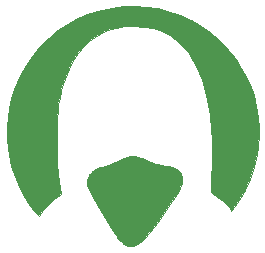
<source format=gbr>
%TF.GenerationSoftware,KiCad,Pcbnew,6.0.0-rc1-unknown-65cbf2d2b7~144~ubuntu18.04.1*%
%TF.CreationDate,2022-01-27T22:08:06+01:00*%
%TF.ProjectId,raketenpinguin,72616b65-7465-46e7-9069-6e6775696e2e,rev?*%
%TF.SameCoordinates,Original*%
%TF.FileFunction,Soldermask,Top*%
%TF.FilePolarity,Negative*%
%FSLAX46Y46*%
G04 Gerber Fmt 4.6, Leading zero omitted, Abs format (unit mm)*
G04 Created by KiCad (PCBNEW 6.0.0-rc1-unknown-65cbf2d2b7~144~ubuntu18.04.1) date 2022-01-27 22:08:06*
%MOMM*%
%LPD*%
G01*
G04 APERTURE LIST*
%ADD10C,0.050000*%
%ADD11C,0.126504*%
G04 APERTURE END LIST*
D10*
X80230000Y-46650000D02*
X81240000Y-46800000D01*
X81240000Y-46800000D02*
X82240000Y-47060000D01*
X82240000Y-47060000D02*
X83120000Y-47370000D01*
X83120000Y-47370000D02*
X84190000Y-47870000D01*
X84190000Y-47870000D02*
X85350000Y-48600000D01*
X85350000Y-48600000D02*
X86290000Y-49360000D01*
X86290000Y-49360000D02*
X86840000Y-49900000D01*
X86840000Y-49900000D02*
X87370000Y-50500000D01*
X87370000Y-50500000D02*
X87810000Y-51090000D01*
X87810000Y-51090000D02*
X88390000Y-51990000D01*
X88390000Y-51990000D02*
X88730000Y-52670000D01*
X88730000Y-52670000D02*
X89080000Y-53440000D01*
X89080000Y-53440000D02*
X89330000Y-54170000D01*
X89330000Y-54170000D02*
X89550000Y-55070000D01*
X89550000Y-55070000D02*
X89710000Y-56020000D01*
X89710000Y-56020000D02*
X89780000Y-56950000D01*
X89780000Y-56950000D02*
X89770000Y-57530000D01*
X89770000Y-57530000D02*
X89720000Y-58410000D01*
X89720000Y-58410000D02*
X89620000Y-59100000D01*
X89620000Y-59100000D02*
X89350000Y-60250000D01*
X89350000Y-60250000D02*
X89020000Y-61240000D01*
X89020000Y-61240000D02*
X88510000Y-62310000D01*
X88510000Y-62310000D02*
X87930000Y-63260000D01*
X87930000Y-63260000D02*
X87440000Y-63920000D01*
X87440000Y-63920000D02*
X87310000Y-63650000D01*
X87310000Y-63650000D02*
X87200000Y-63490000D01*
X87200000Y-63490000D02*
X86750000Y-63070000D01*
X86750000Y-63070000D02*
X86180000Y-62640000D01*
X86180000Y-62640000D02*
X85790000Y-62390000D01*
X85790000Y-62390000D02*
X85750000Y-62310000D01*
X85750000Y-62310000D02*
X85730000Y-61970000D01*
X85730000Y-61970000D02*
X85760000Y-61070000D01*
X85760000Y-61070000D02*
X85800000Y-60160000D01*
X85800000Y-60160000D02*
X85830000Y-59030000D01*
X85830000Y-59030000D02*
X85810000Y-57810000D01*
X85810000Y-57810000D02*
X85760000Y-57080000D01*
X85760000Y-57080000D02*
X85650000Y-55860000D01*
X85650000Y-55860000D02*
X85500000Y-55010000D01*
X85500000Y-55010000D02*
X85320000Y-54100000D01*
X85320000Y-54100000D02*
X85170000Y-53500000D01*
X85170000Y-53500000D02*
X84930000Y-52800000D01*
X84930000Y-52800000D02*
X84710000Y-52240000D01*
X84710000Y-52240000D02*
X84470000Y-51690000D01*
X84470000Y-51690000D02*
X84140000Y-51090000D01*
X84140000Y-51090000D02*
X83820000Y-50600000D01*
X83820000Y-50600000D02*
X83430000Y-50110000D01*
X83430000Y-50110000D02*
X82870000Y-49550000D01*
X82870000Y-49550000D02*
X82220000Y-49070000D01*
X82220000Y-49070000D02*
X81560000Y-48720000D01*
X81560000Y-48720000D02*
X80850000Y-48470000D01*
X80850000Y-48470000D02*
X80010000Y-48330000D01*
X80010000Y-48330000D02*
X79160000Y-48280000D01*
X79160000Y-48280000D02*
X78390000Y-48320000D01*
X78390000Y-48320000D02*
X77680000Y-48420000D01*
X77680000Y-48420000D02*
X76890000Y-48660000D01*
X76890000Y-48660000D02*
X76130000Y-49020000D01*
X76130000Y-49020000D02*
X75420000Y-49520000D01*
X75420000Y-49520000D02*
X74820000Y-50110000D01*
X74820000Y-50110000D02*
X74240000Y-50880000D01*
X74240000Y-50880000D02*
X73770000Y-51700000D01*
X73770000Y-51700000D02*
X73520000Y-52310000D01*
X73520000Y-52310000D02*
X73200000Y-53180000D01*
X73200000Y-53180000D02*
X73050000Y-53720000D01*
X73050000Y-53720000D02*
X72920000Y-54350000D01*
X72920000Y-54350000D02*
X72810000Y-54900000D01*
X72810000Y-54900000D02*
X72750000Y-55490000D01*
X72750000Y-55490000D02*
X72690000Y-56070000D01*
X72690000Y-56070000D02*
X72660000Y-56700000D01*
X72660000Y-56700000D02*
X72650000Y-57460000D01*
X72650000Y-57460000D02*
X72650000Y-58600000D01*
X72650000Y-58600000D02*
X72700000Y-59990000D01*
X72700000Y-59990000D02*
X72840000Y-61480000D01*
X72840000Y-61480000D02*
X73000000Y-62520000D01*
X73000000Y-62520000D02*
X72420000Y-62970000D01*
X72420000Y-62970000D02*
X71900000Y-63410000D01*
X71900000Y-63410000D02*
X71460000Y-63880000D01*
X71460000Y-63880000D02*
X71150000Y-64400000D01*
X71150000Y-64400000D02*
X70750000Y-63920000D01*
X70750000Y-63920000D02*
X70250000Y-63230000D01*
X70250000Y-63230000D02*
X69750000Y-62420000D01*
X69750000Y-62420000D02*
X69360000Y-61630000D01*
X69360000Y-61630000D02*
X69040000Y-60830000D01*
X69040000Y-60830000D02*
X68810000Y-60100000D01*
X68810000Y-60100000D02*
X68610000Y-59230000D01*
X68610000Y-59230000D02*
X68510000Y-58580000D01*
X68510000Y-58580000D02*
X68430000Y-57810000D01*
X68430000Y-57810000D02*
X68420000Y-56880000D01*
X68420000Y-56880000D02*
X68500000Y-56000000D01*
X68500000Y-56000000D02*
X68590000Y-55330000D01*
X68590000Y-55330000D02*
X68800000Y-54430000D01*
X68800000Y-54430000D02*
X69070000Y-53610000D01*
X69070000Y-53610000D02*
X69520000Y-52540000D01*
X69520000Y-52540000D02*
X69960000Y-51740000D01*
X69960000Y-51740000D02*
X70460000Y-50970000D01*
X70460000Y-50970000D02*
X70990000Y-50300000D01*
X70990000Y-50300000D02*
X71580000Y-49680000D01*
X71580000Y-49680000D02*
X71990000Y-49300000D01*
X71990000Y-49300000D02*
X72770000Y-48640000D01*
X72770000Y-48640000D02*
X73480000Y-48190000D01*
X73480000Y-48190000D02*
X74290000Y-47720000D01*
X74290000Y-47720000D02*
X75250000Y-47300000D01*
X75250000Y-47300000D02*
X76190000Y-46980000D01*
X76190000Y-46980000D02*
X77360000Y-46730000D01*
X77360000Y-46730000D02*
X78390000Y-46600000D01*
X78390000Y-46600000D02*
X79270000Y-46580000D01*
X79270000Y-46580000D02*
X80230000Y-46650000D01*
G36*
X80230000Y-46650000D02*
G01*
X81240000Y-46800000D01*
X82240000Y-47060000D01*
X83120000Y-47370000D01*
X84190000Y-47870000D01*
X85350000Y-48600000D01*
X86290000Y-49360000D01*
X86840000Y-49900000D01*
X87370000Y-50500000D01*
X87810000Y-51090000D01*
X88390000Y-51990000D01*
X88730000Y-52670000D01*
X89080000Y-53440000D01*
X89330000Y-54170000D01*
X89550000Y-55070000D01*
X89710000Y-56020000D01*
X89780000Y-56950000D01*
X89770000Y-57530000D01*
X89720000Y-58410000D01*
X89620000Y-59100000D01*
X89350000Y-60250000D01*
X89020000Y-61240000D01*
X88510000Y-62310000D01*
X87930000Y-63260000D01*
X87440000Y-63920000D01*
X87310000Y-63650000D01*
X87200000Y-63490000D01*
X86750000Y-63070000D01*
X86180000Y-62640000D01*
X85790000Y-62390000D01*
X85750000Y-62310000D01*
X85730000Y-61970000D01*
X85760000Y-61070000D01*
X85800000Y-60160000D01*
X85830000Y-59030000D01*
X85810000Y-57810000D01*
X85760000Y-57080000D01*
X85650000Y-55860000D01*
X85500000Y-55010000D01*
X85320000Y-54100000D01*
X85170000Y-53500000D01*
X84930000Y-52800000D01*
X84710000Y-52240000D01*
X84470000Y-51690000D01*
X84140000Y-51090000D01*
X83820000Y-50600000D01*
X83430000Y-50110000D01*
X82870000Y-49550000D01*
X82220000Y-49070000D01*
X81560000Y-48720000D01*
X80850000Y-48470000D01*
X80010000Y-48330000D01*
X79160000Y-48280000D01*
X78390000Y-48320000D01*
X77680000Y-48420000D01*
X76890000Y-48660000D01*
X76130000Y-49020000D01*
X75420000Y-49520000D01*
X74820000Y-50110000D01*
X74240000Y-50880000D01*
X73770000Y-51700000D01*
X73520000Y-52310000D01*
X73200000Y-53180000D01*
X73050000Y-53720000D01*
X72920000Y-54350000D01*
X72810000Y-54900000D01*
X72750000Y-55490000D01*
X72690000Y-56070000D01*
X72660000Y-56700000D01*
X72650000Y-57460000D01*
X72650000Y-58600000D01*
X72700000Y-59990000D01*
X72840000Y-61480000D01*
X73000000Y-62520000D01*
X72420000Y-62970000D01*
X71900000Y-63410000D01*
X71460000Y-63880000D01*
X71150000Y-64400000D01*
X70750000Y-63920000D01*
X70250000Y-63230000D01*
X69750000Y-62420000D01*
X69360000Y-61630000D01*
X69040000Y-60830000D01*
X68810000Y-60100000D01*
X68610000Y-59230000D01*
X68510000Y-58580000D01*
X68430000Y-57810000D01*
X68420000Y-56880000D01*
X68500000Y-56000000D01*
X68590000Y-55330000D01*
X68800000Y-54430000D01*
X69070000Y-53610000D01*
X69520000Y-52540000D01*
X69960000Y-51740000D01*
X70460000Y-50970000D01*
X70990000Y-50300000D01*
X71580000Y-49680000D01*
X71990000Y-49300000D01*
X72770000Y-48640000D01*
X73480000Y-48190000D01*
X74290000Y-47720000D01*
X75250000Y-47300000D01*
X76190000Y-46980000D01*
X77360000Y-46730000D01*
X78390000Y-46600000D01*
X79270000Y-46580000D01*
X80230000Y-46650000D01*
G37*
X80230000Y-46650000D02*
X81240000Y-46800000D01*
X82240000Y-47060000D01*
X83120000Y-47370000D01*
X84190000Y-47870000D01*
X85350000Y-48600000D01*
X86290000Y-49360000D01*
X86840000Y-49900000D01*
X87370000Y-50500000D01*
X87810000Y-51090000D01*
X88390000Y-51990000D01*
X88730000Y-52670000D01*
X89080000Y-53440000D01*
X89330000Y-54170000D01*
X89550000Y-55070000D01*
X89710000Y-56020000D01*
X89780000Y-56950000D01*
X89770000Y-57530000D01*
X89720000Y-58410000D01*
X89620000Y-59100000D01*
X89350000Y-60250000D01*
X89020000Y-61240000D01*
X88510000Y-62310000D01*
X87930000Y-63260000D01*
X87440000Y-63920000D01*
X87310000Y-63650000D01*
X87200000Y-63490000D01*
X86750000Y-63070000D01*
X86180000Y-62640000D01*
X85790000Y-62390000D01*
X85750000Y-62310000D01*
X85730000Y-61970000D01*
X85760000Y-61070000D01*
X85800000Y-60160000D01*
X85830000Y-59030000D01*
X85810000Y-57810000D01*
X85760000Y-57080000D01*
X85650000Y-55860000D01*
X85500000Y-55010000D01*
X85320000Y-54100000D01*
X85170000Y-53500000D01*
X84930000Y-52800000D01*
X84710000Y-52240000D01*
X84470000Y-51690000D01*
X84140000Y-51090000D01*
X83820000Y-50600000D01*
X83430000Y-50110000D01*
X82870000Y-49550000D01*
X82220000Y-49070000D01*
X81560000Y-48720000D01*
X80850000Y-48470000D01*
X80010000Y-48330000D01*
X79160000Y-48280000D01*
X78390000Y-48320000D01*
X77680000Y-48420000D01*
X76890000Y-48660000D01*
X76130000Y-49020000D01*
X75420000Y-49520000D01*
X74820000Y-50110000D01*
X74240000Y-50880000D01*
X73770000Y-51700000D01*
X73520000Y-52310000D01*
X73200000Y-53180000D01*
X73050000Y-53720000D01*
X72920000Y-54350000D01*
X72810000Y-54900000D01*
X72750000Y-55490000D01*
X72690000Y-56070000D01*
X72660000Y-56700000D01*
X72650000Y-57460000D01*
X72650000Y-58600000D01*
X72700000Y-59990000D01*
X72840000Y-61480000D01*
X73000000Y-62520000D01*
X72420000Y-62970000D01*
X71900000Y-63410000D01*
X71460000Y-63880000D01*
X71150000Y-64400000D01*
X70750000Y-63920000D01*
X70250000Y-63230000D01*
X69750000Y-62420000D01*
X69360000Y-61630000D01*
X69040000Y-60830000D01*
X68810000Y-60100000D01*
X68610000Y-59230000D01*
X68510000Y-58580000D01*
X68430000Y-57810000D01*
X68420000Y-56880000D01*
X68500000Y-56000000D01*
X68590000Y-55330000D01*
X68800000Y-54430000D01*
X69070000Y-53610000D01*
X69520000Y-52540000D01*
X69960000Y-51740000D01*
X70460000Y-50970000D01*
X70990000Y-50300000D01*
X71580000Y-49680000D01*
X71990000Y-49300000D01*
X72770000Y-48640000D01*
X73480000Y-48190000D01*
X74290000Y-47720000D01*
X75250000Y-47300000D01*
X76190000Y-46980000D01*
X77360000Y-46730000D01*
X78390000Y-46600000D01*
X79270000Y-46580000D01*
X80230000Y-46650000D01*
D11*
X80058218Y-66301112D02*
X80229241Y-66117581D01*
X80229241Y-66117581D02*
X80428766Y-65883591D01*
X80428766Y-65883591D02*
X80892070Y-65295268D01*
X80892070Y-65295268D02*
X81405630Y-64598216D01*
X81405630Y-64598216D02*
X81926945Y-63854505D01*
X81926945Y-63854505D02*
X82413515Y-63126205D01*
X82413515Y-63126205D02*
X82822839Y-62475387D01*
X82822839Y-62475387D02*
X82985254Y-62198432D01*
X82985254Y-62198432D02*
X83112419Y-61964123D01*
X83112419Y-61964123D02*
X83199022Y-61780221D01*
X83199022Y-61780221D02*
X83239752Y-61654483D01*
X83239752Y-61654483D02*
X83253599Y-61565162D01*
X83253599Y-61565162D02*
X83264125Y-61479019D01*
X83264125Y-61479019D02*
X83271281Y-61396001D01*
X83271281Y-61396001D02*
X83275018Y-61316056D01*
X83275018Y-61316056D02*
X83275284Y-61239130D01*
X83275284Y-61239130D02*
X83272032Y-61165171D01*
X83272032Y-61165171D02*
X83265212Y-61094127D01*
X83265212Y-61094127D02*
X83254773Y-61025943D01*
X83254773Y-61025943D02*
X83240667Y-60960569D01*
X83240667Y-60960569D02*
X83222843Y-60897950D01*
X83222843Y-60897950D02*
X83201253Y-60838034D01*
X83201253Y-60838034D02*
X83175847Y-60780769D01*
X83175847Y-60780769D02*
X83146575Y-60726101D01*
X83146575Y-60726101D02*
X83113387Y-60673978D01*
X83113387Y-60673978D02*
X83076235Y-60624346D01*
X83076235Y-60624346D02*
X83035069Y-60577154D01*
X83035069Y-60577154D02*
X82989838Y-60532349D01*
X82989838Y-60532349D02*
X82940494Y-60489877D01*
X82940494Y-60489877D02*
X82886987Y-60449686D01*
X82886987Y-60449686D02*
X82829267Y-60411723D01*
X82829267Y-60411723D02*
X82767285Y-60375935D01*
X82767285Y-60375935D02*
X82700992Y-60342270D01*
X82700992Y-60342270D02*
X82630337Y-60310675D01*
X82630337Y-60310675D02*
X82555271Y-60281096D01*
X82555271Y-60281096D02*
X82475746Y-60253482D01*
X82475746Y-60253482D02*
X82391710Y-60227780D01*
X82391710Y-60227780D02*
X82303115Y-60203936D01*
X82303115Y-60203936D02*
X82209911Y-60181898D01*
X82209911Y-60181898D02*
X82009478Y-60143030D01*
X82009478Y-60143030D02*
X81790014Y-60110751D01*
X81790014Y-60110751D02*
X81710469Y-60099231D01*
X81710469Y-60099231D02*
X81624717Y-60084188D01*
X81624717Y-60084188D02*
X81437812Y-60044504D01*
X81437812Y-60044504D02*
X81235726Y-59993634D01*
X81235726Y-59993634D02*
X81024891Y-59933513D01*
X81024891Y-59933513D02*
X80811734Y-59866074D01*
X80811734Y-59866074D02*
X80602686Y-59793253D01*
X80602686Y-59793253D02*
X80404175Y-59716984D01*
X80404175Y-59716984D02*
X80222631Y-59639201D01*
X80222631Y-59639201D02*
X80039226Y-59557085D01*
X80039226Y-59557085D02*
X79872058Y-59485988D01*
X79872058Y-59485988D02*
X79718880Y-59425932D01*
X79718880Y-59425932D02*
X79577445Y-59376935D01*
X79577445Y-59376935D02*
X79445507Y-59339017D01*
X79445507Y-59339017D02*
X79320819Y-59312197D01*
X79320819Y-59312197D02*
X79260492Y-59302955D01*
X79260492Y-59302955D02*
X79201135Y-59296495D01*
X79201135Y-59296495D02*
X79142467Y-59292819D01*
X79142467Y-59292819D02*
X79084208Y-59291930D01*
X79084208Y-59291930D02*
X79026076Y-59293831D01*
X79026076Y-59293831D02*
X78967791Y-59298523D01*
X78967791Y-59298523D02*
X78909071Y-59306009D01*
X78909071Y-59306009D02*
X78849637Y-59316291D01*
X78849637Y-59316291D02*
X78727501Y-59345256D01*
X78727501Y-59345256D02*
X78599135Y-59385436D01*
X78599135Y-59385436D02*
X78462294Y-59436852D01*
X78462294Y-59436852D02*
X78314729Y-59499521D01*
X78314729Y-59499521D02*
X78154195Y-59573465D01*
X78154195Y-59573465D02*
X77978445Y-59658702D01*
X77978445Y-59658702D02*
X77811474Y-59738276D01*
X77811474Y-59738276D02*
X77636997Y-59816224D01*
X77636997Y-59816224D02*
X77460169Y-59890572D01*
X77460169Y-59890572D02*
X77286148Y-59959351D01*
X77286148Y-59959351D02*
X77120090Y-60020588D01*
X77120090Y-60020588D02*
X76967151Y-60072313D01*
X76967151Y-60072313D02*
X76832489Y-60112553D01*
X76832489Y-60112553D02*
X76721258Y-60139339D01*
X76721258Y-60139339D02*
X76526424Y-60184110D01*
X76526424Y-60184110D02*
X76343826Y-60238488D01*
X76343826Y-60238488D02*
X76173789Y-60302105D01*
X76173789Y-60302105D02*
X76093581Y-60337263D01*
X76093581Y-60337263D02*
X76016635Y-60374594D01*
X76016635Y-60374594D02*
X75942991Y-60414050D01*
X75942991Y-60414050D02*
X75872690Y-60455587D01*
X75872690Y-60455587D02*
X75805772Y-60499158D01*
X75805772Y-60499158D02*
X75742277Y-60544717D01*
X75742277Y-60544717D02*
X75682247Y-60592219D01*
X75682247Y-60592219D02*
X75625721Y-60641617D01*
X75625721Y-60641617D02*
X75572741Y-60692866D01*
X75572741Y-60692866D02*
X75523346Y-60745919D01*
X75523346Y-60745919D02*
X75477577Y-60800731D01*
X75477577Y-60800731D02*
X75435475Y-60857256D01*
X75435475Y-60857256D02*
X75397081Y-60915448D01*
X75397081Y-60915448D02*
X75362434Y-60975260D01*
X75362434Y-60975260D02*
X75331575Y-61036647D01*
X75331575Y-61036647D02*
X75304546Y-61099564D01*
X75304546Y-61099564D02*
X75281385Y-61163964D01*
X75281385Y-61163964D02*
X75262134Y-61229800D01*
X75262134Y-61229800D02*
X75246834Y-61297028D01*
X75246834Y-61297028D02*
X75235524Y-61365602D01*
X75235524Y-61365602D02*
X75228246Y-61435475D01*
X75228246Y-61435475D02*
X75225040Y-61506601D01*
X75225040Y-61506601D02*
X75225946Y-61578935D01*
X75225946Y-61578935D02*
X75231005Y-61652430D01*
X75231005Y-61652430D02*
X75240258Y-61727041D01*
X75240258Y-61727041D02*
X75253744Y-61802722D01*
X75253744Y-61802722D02*
X75267209Y-61852751D01*
X75267209Y-61852751D02*
X75289671Y-61916460D01*
X75289671Y-61916460D02*
X75320613Y-61992876D01*
X75320613Y-61992876D02*
X75359520Y-62081026D01*
X75359520Y-62081026D02*
X75459169Y-62288637D01*
X75459169Y-62288637D02*
X75584490Y-62531511D01*
X75584490Y-62531511D02*
X75731359Y-62801867D01*
X75731359Y-62801867D02*
X75895650Y-63091922D01*
X75895650Y-63091922D02*
X76073239Y-63393893D01*
X76073239Y-63393893D02*
X76260000Y-63700000D01*
X76260000Y-63700000D02*
X77030359Y-64944677D01*
X77030359Y-64944677D02*
X77589117Y-65856624D01*
X77589117Y-65856624D02*
X77661164Y-65972592D01*
X77661164Y-65972592D02*
X77733098Y-66081894D01*
X77733098Y-66081894D02*
X77804964Y-66184540D01*
X77804964Y-66184540D02*
X77876806Y-66280536D01*
X77876806Y-66280536D02*
X77948669Y-66369890D01*
X77948669Y-66369890D02*
X78020595Y-66452611D01*
X78020595Y-66452611D02*
X78092631Y-66528707D01*
X78092631Y-66528707D02*
X78164819Y-66598185D01*
X78164819Y-66598185D02*
X78237204Y-66661053D01*
X78237204Y-66661053D02*
X78309831Y-66717320D01*
X78309831Y-66717320D02*
X78382744Y-66766994D01*
X78382744Y-66766994D02*
X78455986Y-66810081D01*
X78455986Y-66810081D02*
X78529603Y-66846591D01*
X78529603Y-66846591D02*
X78603638Y-66876531D01*
X78603638Y-66876531D02*
X78678135Y-66899909D01*
X78678135Y-66899909D02*
X78753139Y-66916734D01*
X78753139Y-66916734D02*
X78828695Y-66927012D01*
X78828695Y-66927012D02*
X78904845Y-66930753D01*
X78904845Y-66930753D02*
X78981636Y-66927964D01*
X78981636Y-66927964D02*
X79059110Y-66918652D01*
X79059110Y-66918652D02*
X79137312Y-66902827D01*
X79137312Y-66902827D02*
X79216286Y-66880495D01*
X79216286Y-66880495D02*
X79296076Y-66851666D01*
X79296076Y-66851666D02*
X79376728Y-66816346D01*
X79376728Y-66816346D02*
X79458284Y-66774544D01*
X79458284Y-66774544D02*
X79540790Y-66726268D01*
X79540790Y-66726268D02*
X79624289Y-66671525D01*
X79624289Y-66671525D02*
X79708825Y-66610324D01*
X79708825Y-66610324D02*
X79794444Y-66542673D01*
X79794444Y-66542673D02*
X79881189Y-66468580D01*
X79881189Y-66468580D02*
X79969104Y-66388052D01*
X79969104Y-66388052D02*
X80058233Y-66301097D01*
X80058233Y-66301097D02*
X80058218Y-66301112D01*
X80058218Y-66301112D02*
X80058218Y-66301112D01*
G36*
X79881189Y-66468580D02*
G01*
X79794444Y-66542673D01*
X79708825Y-66610324D01*
X79624289Y-66671525D01*
X79540790Y-66726268D01*
X79458284Y-66774544D01*
X79376728Y-66816346D01*
X79296076Y-66851666D01*
X79216286Y-66880495D01*
X79137312Y-66902827D01*
X79059110Y-66918652D01*
X78981636Y-66927964D01*
X78904845Y-66930753D01*
X78828695Y-66927012D01*
X78753139Y-66916734D01*
X78678135Y-66899909D01*
X78603638Y-66876531D01*
X78529603Y-66846591D01*
X78455986Y-66810081D01*
X78382744Y-66766994D01*
X78309831Y-66717320D01*
X78237204Y-66661053D01*
X78164819Y-66598185D01*
X78092631Y-66528707D01*
X78020595Y-66452611D01*
X77948669Y-66369890D01*
X77876806Y-66280536D01*
X77804964Y-66184540D01*
X77733098Y-66081894D01*
X77661164Y-65972592D01*
X77589117Y-65856624D01*
X77030359Y-64944677D01*
X76260000Y-63700000D01*
X76073239Y-63393893D01*
X75895650Y-63091922D01*
X75731359Y-62801867D01*
X75584490Y-62531511D01*
X75459169Y-62288637D01*
X75359520Y-62081026D01*
X75320613Y-61992876D01*
X75289671Y-61916460D01*
X75267209Y-61852751D01*
X75253744Y-61802722D01*
X75240258Y-61727041D01*
X75231005Y-61652430D01*
X75225946Y-61578935D01*
X75225040Y-61506601D01*
X75228246Y-61435475D01*
X75235524Y-61365602D01*
X75246834Y-61297028D01*
X75262134Y-61229800D01*
X75281385Y-61163964D01*
X75304546Y-61099564D01*
X75331575Y-61036647D01*
X75362434Y-60975260D01*
X75397081Y-60915448D01*
X75435475Y-60857256D01*
X75477577Y-60800731D01*
X75523346Y-60745919D01*
X75572741Y-60692866D01*
X75625721Y-60641617D01*
X75682247Y-60592219D01*
X75742277Y-60544717D01*
X75805772Y-60499158D01*
X75872690Y-60455587D01*
X75942991Y-60414050D01*
X76016635Y-60374594D01*
X76093581Y-60337263D01*
X76173789Y-60302105D01*
X76343826Y-60238488D01*
X76526424Y-60184110D01*
X76721258Y-60139339D01*
X76832489Y-60112553D01*
X76967151Y-60072313D01*
X77120090Y-60020588D01*
X77286148Y-59959351D01*
X77460169Y-59890572D01*
X77636997Y-59816224D01*
X77811474Y-59738276D01*
X77978445Y-59658702D01*
X78154195Y-59573465D01*
X78314729Y-59499521D01*
X78462294Y-59436852D01*
X78599135Y-59385436D01*
X78727501Y-59345256D01*
X78849637Y-59316291D01*
X78909071Y-59306009D01*
X78967791Y-59298523D01*
X79026076Y-59293831D01*
X79084208Y-59291930D01*
X79142467Y-59292819D01*
X79201135Y-59296495D01*
X79260492Y-59302955D01*
X79320819Y-59312197D01*
X79445507Y-59339017D01*
X79577445Y-59376935D01*
X79718880Y-59425932D01*
X79872058Y-59485988D01*
X80039226Y-59557085D01*
X80222631Y-59639201D01*
X80404175Y-59716984D01*
X80602686Y-59793253D01*
X80811734Y-59866074D01*
X81024891Y-59933513D01*
X81235726Y-59993634D01*
X81437812Y-60044504D01*
X81624717Y-60084188D01*
X81710469Y-60099231D01*
X81790014Y-60110751D01*
X82009478Y-60143030D01*
X82209911Y-60181898D01*
X82303115Y-60203936D01*
X82391710Y-60227780D01*
X82475746Y-60253482D01*
X82555271Y-60281096D01*
X82630337Y-60310675D01*
X82700992Y-60342270D01*
X82767285Y-60375935D01*
X82829267Y-60411723D01*
X82886987Y-60449686D01*
X82940494Y-60489877D01*
X82989838Y-60532349D01*
X83035069Y-60577154D01*
X83076235Y-60624346D01*
X83113387Y-60673978D01*
X83146575Y-60726101D01*
X83175847Y-60780769D01*
X83201253Y-60838034D01*
X83222843Y-60897950D01*
X83240667Y-60960569D01*
X83254773Y-61025943D01*
X83265212Y-61094127D01*
X83272032Y-61165171D01*
X83275284Y-61239130D01*
X83275018Y-61316056D01*
X83271281Y-61396001D01*
X83264125Y-61479019D01*
X83253599Y-61565162D01*
X83239752Y-61654483D01*
X83199022Y-61780221D01*
X83112419Y-61964123D01*
X82985254Y-62198432D01*
X82822839Y-62475387D01*
X82413515Y-63126205D01*
X81926945Y-63854505D01*
X81405630Y-64598216D01*
X80892070Y-65295268D01*
X80428766Y-65883591D01*
X80229241Y-66117581D01*
X80058218Y-66301112D01*
X79969104Y-66388052D01*
X79881189Y-66468580D01*
G37*
X79881189Y-66468580D02*
X79794444Y-66542673D01*
X79708825Y-66610324D01*
X79624289Y-66671525D01*
X79540790Y-66726268D01*
X79458284Y-66774544D01*
X79376728Y-66816346D01*
X79296076Y-66851666D01*
X79216286Y-66880495D01*
X79137312Y-66902827D01*
X79059110Y-66918652D01*
X78981636Y-66927964D01*
X78904845Y-66930753D01*
X78828695Y-66927012D01*
X78753139Y-66916734D01*
X78678135Y-66899909D01*
X78603638Y-66876531D01*
X78529603Y-66846591D01*
X78455986Y-66810081D01*
X78382744Y-66766994D01*
X78309831Y-66717320D01*
X78237204Y-66661053D01*
X78164819Y-66598185D01*
X78092631Y-66528707D01*
X78020595Y-66452611D01*
X77948669Y-66369890D01*
X77876806Y-66280536D01*
X77804964Y-66184540D01*
X77733098Y-66081894D01*
X77661164Y-65972592D01*
X77589117Y-65856624D01*
X77030359Y-64944677D01*
X76260000Y-63700000D01*
X76073239Y-63393893D01*
X75895650Y-63091922D01*
X75731359Y-62801867D01*
X75584490Y-62531511D01*
X75459169Y-62288637D01*
X75359520Y-62081026D01*
X75320613Y-61992876D01*
X75289671Y-61916460D01*
X75267209Y-61852751D01*
X75253744Y-61802722D01*
X75240258Y-61727041D01*
X75231005Y-61652430D01*
X75225946Y-61578935D01*
X75225040Y-61506601D01*
X75228246Y-61435475D01*
X75235524Y-61365602D01*
X75246834Y-61297028D01*
X75262134Y-61229800D01*
X75281385Y-61163964D01*
X75304546Y-61099564D01*
X75331575Y-61036647D01*
X75362434Y-60975260D01*
X75397081Y-60915448D01*
X75435475Y-60857256D01*
X75477577Y-60800731D01*
X75523346Y-60745919D01*
X75572741Y-60692866D01*
X75625721Y-60641617D01*
X75682247Y-60592219D01*
X75742277Y-60544717D01*
X75805772Y-60499158D01*
X75872690Y-60455587D01*
X75942991Y-60414050D01*
X76016635Y-60374594D01*
X76093581Y-60337263D01*
X76173789Y-60302105D01*
X76343826Y-60238488D01*
X76526424Y-60184110D01*
X76721258Y-60139339D01*
X76832489Y-60112553D01*
X76967151Y-60072313D01*
X77120090Y-60020588D01*
X77286148Y-59959351D01*
X77460169Y-59890572D01*
X77636997Y-59816224D01*
X77811474Y-59738276D01*
X77978445Y-59658702D01*
X78154195Y-59573465D01*
X78314729Y-59499521D01*
X78462294Y-59436852D01*
X78599135Y-59385436D01*
X78727501Y-59345256D01*
X78849637Y-59316291D01*
X78909071Y-59306009D01*
X78967791Y-59298523D01*
X79026076Y-59293831D01*
X79084208Y-59291930D01*
X79142467Y-59292819D01*
X79201135Y-59296495D01*
X79260492Y-59302955D01*
X79320819Y-59312197D01*
X79445507Y-59339017D01*
X79577445Y-59376935D01*
X79718880Y-59425932D01*
X79872058Y-59485988D01*
X80039226Y-59557085D01*
X80222631Y-59639201D01*
X80404175Y-59716984D01*
X80602686Y-59793253D01*
X80811734Y-59866074D01*
X81024891Y-59933513D01*
X81235726Y-59993634D01*
X81437812Y-60044504D01*
X81624717Y-60084188D01*
X81710469Y-60099231D01*
X81790014Y-60110751D01*
X82009478Y-60143030D01*
X82209911Y-60181898D01*
X82303115Y-60203936D01*
X82391710Y-60227780D01*
X82475746Y-60253482D01*
X82555271Y-60281096D01*
X82630337Y-60310675D01*
X82700992Y-60342270D01*
X82767285Y-60375935D01*
X82829267Y-60411723D01*
X82886987Y-60449686D01*
X82940494Y-60489877D01*
X82989838Y-60532349D01*
X83035069Y-60577154D01*
X83076235Y-60624346D01*
X83113387Y-60673978D01*
X83146575Y-60726101D01*
X83175847Y-60780769D01*
X83201253Y-60838034D01*
X83222843Y-60897950D01*
X83240667Y-60960569D01*
X83254773Y-61025943D01*
X83265212Y-61094127D01*
X83272032Y-61165171D01*
X83275284Y-61239130D01*
X83275018Y-61316056D01*
X83271281Y-61396001D01*
X83264125Y-61479019D01*
X83253599Y-61565162D01*
X83239752Y-61654483D01*
X83199022Y-61780221D01*
X83112419Y-61964123D01*
X82985254Y-62198432D01*
X82822839Y-62475387D01*
X82413515Y-63126205D01*
X81926945Y-63854505D01*
X81405630Y-64598216D01*
X80892070Y-65295268D01*
X80428766Y-65883591D01*
X80229241Y-66117581D01*
X80058218Y-66301112D01*
X79969104Y-66388052D01*
X79881189Y-66468580D01*
M02*

</source>
